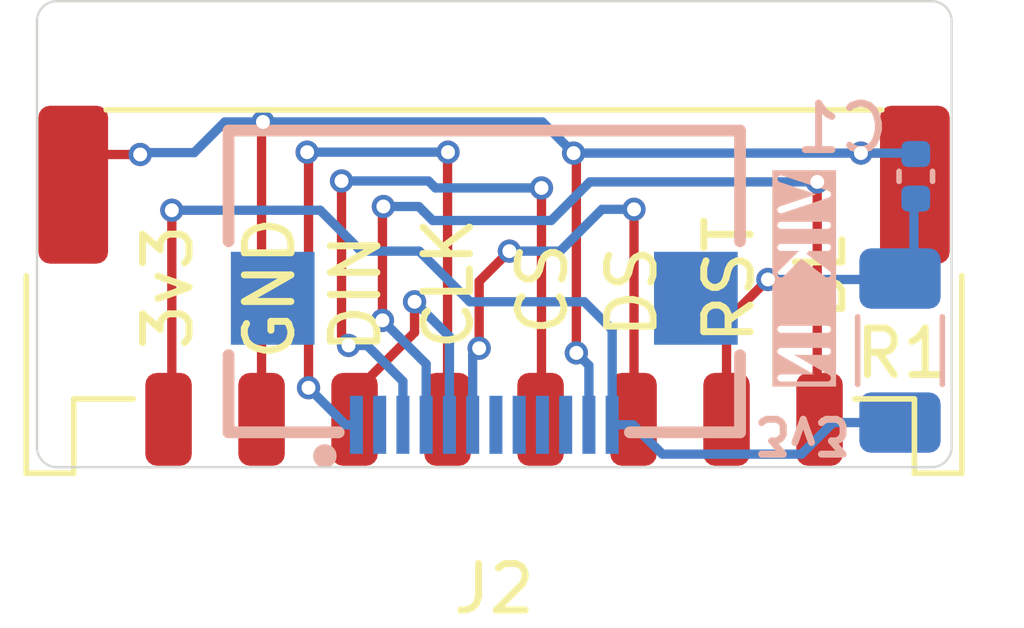
<source format=kicad_pcb>
(kicad_pcb (version 20221018) (generator pcbnew)
  (layers (0 "F.Cu" signal) (31 "B.Cu" signal) (34 "B.Paste" user) (35 "F.Paste" user) (36 "B.SilkS" user "B.Silkscreen") (37 "F.SilkS" user "F.Silkscreen") (38 "B.Mask" user) (39 "F.Mask" user) (44 "Edge.Cuts" user))
  (net 0 "")
  (net 1 "GND")
  (net 2 "+5V")
  (net 3 "rgb_led_in")
  (net 4 "GPIO_AD2")
  (net 5 "SDA")
  (net 6 "SCL")
  (net 7 "+3V3")
  (net 8 "MOSI")
  (net 9 "SPI_CS")
  (net 10 "MISO")
  (net 11 "SCLK")
  (net 12 "GPIO_AD1")
  (net 13 "Net-(J2-Pin_2)")
  (footprint "fingerpunch:JST_PH_S8B-PH-SM4-TB_1x08-1MP_P2.00mm_Horizontal-Bridge" (layer "F.Cu") (at 175.57 105.16 180)
    (fp_text reference "J2" (at 0 -6.55) (layer "F.SilkS"))
    (fp_text value "Conn_01x08_Socket")
    (fp_line (start -10.06 -4.06) (end -9.04 -4.06) (stroke (width 0.12)) (layer "F.SilkS"))
    (fp_line (start -10.06 0.19) (end -10.06 -4.06) (stroke (width 0.12)) (layer "F.SilkS"))
    (fp_line (start -9.04 -4.06) (end -9.04 -2.46) (stroke (width 0.12)) (layer "F.SilkS"))
    (fp_line (start -9.04 -2.46) (end -7.76 -2.46) (stroke (width 0.12)) (layer "F.SilkS"))
    (fp_line (start -8.34 3.76) (end 8.34 3.76) (stroke (width 0.12)) (layer "F.SilkS"))
    (fp_line (start 9.04 -4.06) (end 9.04 -2.46) (stroke (width 0.12)) (layer "F.SilkS"))
    (fp_line (start 9.04 -2.46) (end 7.76 -2.46) (stroke (width 0.12)) (layer "F.SilkS"))
    (fp_line (start 10.06 -4.06) (end 9.04 -4.06) (stroke (width 0.12)) (layer "F.SilkS"))
    (fp_line (start 10.06 0.19) (end 10.06 -4.06) (stroke (width 0.12)) (layer "F.SilkS"))
    (pad "1" smd roundrect (at -7 -2.9 180) (size 1 2) (layers "F.Cu" "F.Paste" "F.Mask") (net 4 "GPIO_AD2"))
    (pad "2" smd roundrect (at -5 -2.9 180) (size 1 2) (layers "F.Cu" "F.Paste" "F.Mask") (net 13 "Net-(J2-Pin_2)"))
    (pad "3" smd roundrect (at -3 -2.9 180) (size 1 2) (layers "F.Cu" "F.Paste" "F.Mask") (net 12 "GPIO_AD1"))
    (pad "4" smd roundrect (at -1 -2.9 180) (size 1 2) (layers "F.Cu" "F.Paste" "F.Mask") (net 9 "SPI_CS"))
    (pad "5" smd roundrect (at 1 -2.9 180) (size 1 2) (layers "F.Cu" "F.Paste" "F.Mask") (net 11 "SCLK"))
    (pad "6" smd roundrect (at 3 -2.9 180) (size 1 2) (layers "F.Cu" "F.Paste" "F.Mask") (net 8 "MOSI"))
    (pad "7" smd roundrect (at 5 -2.9 180) (size 1 2) (layers "F.Cu" "F.Paste" "F.Mask") (net 1 "GND"))
    (pad "8" smd roundrect (at 7 -2.9 180) (size 1 2) (layers "F.Cu" "F.Paste" "F.Mask") (net 7 "+3V3"))
    (pad "9" smd roundrect (at -9.05 2.15 180) (size 1.5 3.4) (layers "F.Cu" "F.Paste" "F.Mask") (roundrect_rratio 0.1666673333) (net 1 "GND"))
    (pad "9" smd roundrect (at 9.05 2.15 180) (size 1.5 3.4) (layers "F.Cu" "F.Paste" "F.Mask") (roundrect_rratio 0.1666673333) (net 1 "GND"))
  )
  (footprint "Resistor_SMD:R_1206_3216Metric_Pad1.30x1.75mm_HandSolder" (layer "B.Cu") (at 184.3 106.58 -90)
    (fp_text reference "R1" (at 0.06 -0.04) (layer "F.SilkS"))
    (fp_text value "100k")
    (fp_line (start -0.727064 -0.91) (end 0.727064 -0.91) (stroke (width 0.12)) (layer "B.SilkS"))
    (fp_line (start -0.727064 0.91) (end 0.727064 0.91) (stroke (width 0.12)) (layer "B.SilkS"))
    (pad "1" smd roundrect (at -1.55 0 270) (size 1.3 1.75) (layers "B.Cu" "B.Paste" "B.Mask") (roundrect_rratio 0.1923076923) (net 13 "Net-(J2-Pin_2)"))
    (pad "2" smd roundrect (at 1.55 0 270) (size 1.3 1.75) (layers "B.Cu" "B.Paste" "B.Mask") (roundrect_rratio 0.1923076923) (net 7 "+3V3"))
  )
  (footprint "Capacitor_SMD:C_0402_1005Metric" (layer "B.Cu") (at 184.64 102.83 -90)
    (fp_text reference "C1" (at -1.03 1.59 -180) (layer "B.SilkS") (effects (justify mirror)))
    (fp_text value "1u")
    (fp_line (start -0.107836 -0.36) (end 0.107836 -0.36) (stroke (width 0.12)) (layer "B.SilkS"))
    (fp_line (start -0.107836 0.36) (end 0.107836 0.36) (stroke (width 0.12)) (layer "B.SilkS"))
    (pad "1" smd roundrect (at -0.48 0 270) (size 0.56 0.62) (layers "B.Cu" "B.Paste" "B.Mask") (net 1 "GND"))
    (pad "2" smd roundrect (at 0.48 0 270) (size 0.56 0.62) (layers "B.Cu" "B.Paste" "B.Mask") (net 13 "Net-(J2-Pin_2)"))
  )
  (footprint "vik:vik-module-connector-horizontal" (layer "B.Cu") (at 175.36 106.14)
    (fp_text reference "J1" hide)
    (fp_text value "~")
    (fp_text user "VIK IN" (at 7.51 -3.45 90 unlocked) (layer "B.SilkS" knockout) (effects (justify left bottom mirror)))
    (fp_text user "3v3" (at 5.76 1.82 -180 unlocked) (layer "B.SilkS") (effects (font (size 0.75 0.75)) (justify left bottom mirror)))
    (fp_line (start -5.5 -4.295) (end -5.5 -1.912) (stroke (width 0.254)) (layer "B.SilkS"))
    (fp_line (start -5.5 0.539) (end -5.5 2.2) (stroke (width 0.254)) (layer "B.SilkS"))
    (fp_line (start -5.5 2.2) (end -3.131 2.2) (stroke (width 0.254)) (layer "B.SilkS"))
    (fp_line (start 5.5 -4.295) (end -5.5 -4.295) (stroke (width 0.254)) (layer "B.SilkS"))
    (fp_line (start 5.5 -4.295) (end 5.5 -1.912) (stroke (width 0.254)) (layer "B.SilkS"))
    (fp_line (start 5.5 0.539) (end 5.5 2.2) (stroke (width 0.254)) (layer "B.SilkS"))
    (fp_line (start 5.5 2.2) (end 3.131 2.2) (stroke (width 0.254)) (layer "B.SilkS"))
    (fp_circle (center -3.429 2.708) (end -3.302 2.708) (stroke (width 0.254)) (fill none) (layer "B.SilkS"))
    (pad "1" smd rect (at -2.75 2.038) (size 0.28 1.25) (layers "B.Cu" "B.Paste" "B.Mask") (net 11 "SCLK"))
    (pad "2" smd rect (at -2.25 2.038) (size 0.28 1.25) (layers "B.Cu" "B.Paste" "B.Mask") (net 10 "MISO"))
    (pad "3" smd rect (at -1.75 2.038) (size 0.28 1.25) (layers "B.Cu" "B.Paste" "B.Mask") (net 9 "SPI_CS"))
    (pad "4" smd rect (at -1.25 2.038) (size 0.28 1.25) (layers "B.Cu" "B.Paste" "B.Mask") (net 4 "GPIO_AD2"))
    (pad "5" smd rect (at -0.75 2.038) (size 0.28 1.25) (layers "B.Cu" "B.Paste" "B.Mask") (net 8 "MOSI"))
    (pad "6" smd rect (at -0.25 2.038) (size 0.28 1.25) (layers "B.Cu" "B.Paste" "B.Mask") (net 12 "GPIO_AD1"))
    (pad "7" smd rect (at 0.25 2.038) (size 0.28 1.25) (layers "B.Cu" "B.Paste" "B.Mask") (net 2 "+5V"))
    (pad "8" smd rect (at 0.75 2.038) (size 0.28 1.25) (layers "B.Cu" "B.Paste" "B.Mask") (net 3 "rgb_led_in"))
    (pad "9" smd rect (at 1.25 2.038) (size 0.28 1.25) (layers "B.Cu" "B.Paste" "B.Mask") (net 6 "SCL"))
    (pad "10" smd rect (at 1.75 2.038) (size 0.28 1.25) (layers "B.Cu" "B.Paste" "B.Mask") (net 5 "SDA"))
    (pad "11" smd rect (at 2.25 2.038) (size 0.28 1.25) (layers "B.Cu" "B.Paste" "B.Mask") (net 1 "GND"))
    (pad "12" smd rect (at 2.75 2.038) (size 0.28 1.25) (layers "B.Cu" "B.Paste" "B.Mask") (net 7 "+3V3"))
    (pad "13" smd rect (at 4.55 -0.686) (size 1.8 2) (layers "B.Cu" "B.Paste" "B.Mask"))
    (pad "14" smd rect (at -4.55 -0.686) (size 1.8 2) (layers "B.Cu" "B.Paste" "B.Mask"))
  )
  (gr_line (start 166.17 109.09) (end 184.98 109.09) (stroke (width 0.05)) (layer "Edge.Cuts"))
  (gr_arc (start 166.17 109.09) (mid 165.865944 108.964056) (end 165.74 108.66) (stroke (width 0.05)) (layer "Edge.Cuts"))
  (gr_arc (start 185.41 108.66) (mid 185.284056 108.964056) (end 184.98 109.09) (stroke (width 0.05)) (layer "Edge.Cuts"))
  (gr_line (start 165.74 99.49) (end 165.74 108.66) (stroke (width 0.05)) (layer "Edge.Cuts"))
  (gr_line (start 166.17 99.06) (end 184.98 99.06) (stroke (width 0.05)) (layer "Edge.Cuts"))
  (gr_arc (start 184.98 99.06) (mid 185.284056 99.185944) (end 185.41 99.49) (stroke (width 0.05)) (layer "Edge.Cuts"))
  (gr_arc (start 165.74 99.49) (mid 165.865944 99.185944) (end 166.17 99.06) (stroke (width 0.05)) (layer "Edge.Cuts"))
  (gr_line (start 185.41 99.49) (end 185.41 108.66) (stroke (width 0.05)) (layer "Edge.Cuts"))
  (gr_text "BL" (at 183.18 106.01 90) (layer "F.SilkS") (effects (font (size 1 1)) (justify left bottom)))
  (gr_text "DIN" (at 173.18 106.71 90) (layer "F.SilkS") (effects (font (size 1 1)) (justify left bottom)))
  (gr_text "DS" (at 179.12 106.39 90) (layer "F.SilkS") (effects (font (size 1 1)) (justify left bottom)))
  (gr_text "CS" (at 177.2 106.33 90) (layer "F.SilkS") (effects (font (size 1 1)) (justify left bottom)))
  (gr_text "GND" (at 171.33 106.86 90) (layer "F.SilkS") (effects (font (size 1 1)) (justify left bottom)))
  (gr_text "CLK" (at 175.17 106.64 90) (layer "F.SilkS") (effects (font (size 1 1)) (justify left bottom)))
  (gr_text "RST" (at 181.21 106.51 90) (layer "F.SilkS") (effects (font (size 1 1)) (justify left bottom)))
  (gr_text "3v3" (at 169.14 106.65 90) (layer "F.SilkS") (effects (font (size 1 1)) (justify left bottom)))
  (segment (start 170.57 101.69) (end 170.6 101.66) (width 0.2) (layer "F.Cu") (net 1))
  (segment (start 177.34 102.39) (end 177.28 102.33) (width 0.2) (layer "F.Cu") (net 1))
  (segment (start 183.46 102.33) (end 183.94 102.33) (width 0.2) (layer "F.Cu") (net 1))
  (segment (start 177.34 106.63) (end 177.34 102.39) (width 0.2) (layer "F.Cu") (net 1))
  (segment (start 170.57 108.06) (end 170.57 101.69) (width 0.2) (layer "F.Cu") (net 1))
  (segment (start 167.96 102.36) (end 167.17 102.36) (width 0.2) (layer "F.Cu") (net 1))
  (segment (start 167.17 102.36) (end 166.52 103.01) (width 0.2) (layer "F.Cu") (net 1))
  (segment (start 183.94 102.33) (end 184.62 103.01) (width 0.2) (layer "F.Cu") (net 1))
  (via (at 167.96 102.36) (size 0.5) (drill 0.3) (layers "F.Cu" "B.Cu") (net 1))
  (via (at 170.6 101.66) (size 0.5) (drill 0.3) (layers "F.Cu" "B.Cu") (net 1))
  (via (at 183.46 102.33) (size 0.5) (drill 0.3) (layers "F.Cu" "B.Cu") (net 1))
  (via (at 177.28 102.33) (size 0.5) (drill 0.3) (layers "F.Cu" "B.Cu") (net 1))
  (via (at 177.34 106.63) (size 0.5) (drill 0.3) (layers "F.Cu" "B.Cu") (net 1))
  (segment (start 183.46 102.33) (end 184.62 102.33) (width 0.2) (layer "B.Cu") (net 1))
  (segment (start 169.12 102.32) (end 169.78 101.66) (width 0.2) (layer "B.Cu") (net 1))
  (segment (start 184.62 102.33) (end 184.64 102.35) (width 0.2) (layer "B.Cu") (net 1))
  (segment (start 169.12 102.32) (end 168 102.32) (width 0.2) (layer "B.Cu") (net 1))
  (segment (start 170.6 101.66) (end 176.61 101.66) (width 0.2) (layer "B.Cu") (net 1))
  (segment (start 183.46 102.33) (end 177.28 102.33) (width 0.2) (layer "B.Cu") (net 1))
  (segment (start 177.61 108.178) (end 177.61 106.9) (width 0.2) (layer "B.Cu") (net 1))
  (segment (start 168 102.32) (end 167.96 102.36) (width 0.2) (layer "B.Cu") (net 1))
  (segment (start 169.78 101.66) (end 170.6 101.66) (width 0.2) (layer "B.Cu") (net 1))
  (segment (start 176.61 101.66) (end 177.28 102.33) (width 0.2) (layer "B.Cu") (net 1))
  (segment (start 177.61 106.9) (end 177.34 106.63) (width 0.2) (layer "B.Cu") (net 1))
  (segment (start 182.52 108.01) (end 182.57 108.06) (width 0.2) (layer "F.Cu") (net 4))
  (segment (start 173.17 105.93) (end 173.17 103.4995) (width 0.2) (layer "F.Cu") (net 4))
  (segment (start 173.17 103.4995) (end 173.19 103.4795) (width 0.2) (layer "F.Cu") (net 4))
  (segment (start 182.52 102.95) (end 182.52 108.01) (width 0.2) (layer "F.Cu") (net 4))
  (via (at 173.19 103.4795) (size 0.5) (drill 0.3) (layers "F.Cu" "B.Cu") (net 4))
  (via (at 182.52 102.95) (size 0.5) (drill 0.3) (layers "F.Cu" "B.Cu") (net 4))
  (via (at 173.17 105.93) (size 0.5) (drill 0.3) (layers "F.Cu" "B.Cu") (net 4))
  (segment (start 174.11 106.87) (end 173.17 105.93) (width 0.2) (layer "B.Cu") (net 4))
  (segment (start 176.8 103.78) (end 174.25 103.78) (width 0.2) (layer "B.Cu") (net 4))
  (segment (start 176.8 103.78) (end 177.26 103.32) (width 0.2) (layer "B.Cu") (net 4))
  (segment (start 177.26 103.32) (end 177.63 102.95) (width 0.2) (layer "B.Cu") (net 4))
  (segment (start 174.25 103.78) (end 174.06 103.59) (width 0.2) (layer "B.Cu") (net 4))
  (segment (start 173.9495 103.4795) (end 173.19 103.4795) (width 0.2) (layer "B.Cu") (net 4))
  (segment (start 174.06 103.59) (end 173.9495 103.4795) (width 0.2) (layer "B.Cu") (net 4))
  (segment (start 177.63 102.95) (end 182.52 102.95) (width 0.2) (layer "B.Cu") (net 4))
  (segment (start 174.11 108.178) (end 174.11 106.87) (width 0.2) (layer "B.Cu") (net 4))
  (segment (start 168.64 107.99) (end 168.57 108.06) (width 0.2) (layer "F.Cu") (net 7))
  (segment (start 168.64 103.56) (end 168.64 107.99) (width 0.2) (layer "F.Cu") (net 7))
  (via (at 168.64 103.56) (size 0.5) (drill 0.3) (layers "F.Cu" "B.Cu") (net 7))
  (segment (start 172.71 104.44) (end 172.35 104.08) (width 0.2) (layer "B.Cu") (net 7))
  (segment (start 178.11 108.178) (end 178.558 108.178) (width 0.2) (layer "B.Cu") (net 7))
  (segment (start 182.86 108.13) (end 184.3 108.13) (width 0.2) (layer "B.Cu") (net 7))
  (segment (start 179.19 108.81) (end 182.18 108.81) (width 0.2) (layer "B.Cu") (net 7))
  (segment (start 177.51 105.53) (end 175.05 105.53) (width 0.2) (layer "B.Cu") (net 7))
  (segment (start 173.35 104.44) (end 172.71 104.44) (width 0.2) (layer "B.Cu") (net 7))
  (segment (start 178.558 108.178) (end 179.19 108.81) (width 0.2) (layer "B.Cu") (net 7))
  (segment (start 178.11 108.178) (end 178.11 106.13) (width 0.2) (layer "B.Cu") (net 7))
  (segment (start 172.35 104.08) (end 171.83 103.56) (width 0.2) (layer "B.Cu") (net 7))
  (segment (start 178.11 106.13) (end 178 106.02) (width 0.2) (layer "B.Cu") (net 7))
  (segment (start 178 106.02) (end 177.51 105.53) (width 0.2) (layer "B.Cu") (net 7))
  (segment (start 182.18 108.81) (end 182.86 108.13) (width 0.2) (layer "B.Cu") (net 7))
  (segment (start 175.05 105.53) (end 174.56 105.04) (width 0.2) (layer "B.Cu") (net 7))
  (segment (start 174.56 105.04) (end 173.96 104.44) (width 0.2) (layer "B.Cu") (net 7))
  (segment (start 171.83 103.56) (end 168.64 103.56) (width 0.2) (layer "B.Cu") (net 7))
  (segment (start 173.96 104.44) (end 173.35 104.44) (width 0.2) (layer "B.Cu") (net 7))
  (segment (start 172.57 107.48) (end 172.57 108.06) (width 0.2) (layer "F.Cu") (net 8))
  (segment (start 173.86 106.19) (end 172.57 107.48) (width 0.2) (layer "F.Cu") (net 8))
  (segment (start 173.86 105.53) (end 173.86 106.19) (width 0.2) (layer "F.Cu") (net 8))
  (via (at 173.86 105.53) (size 0.5) (drill 0.3) (layers "F.Cu" "B.Cu") (net 8))
  (segment (start 174.61 108.178) (end 174.61 106.28) (width 0.2) (layer "B.Cu") (net 8))
  (segment (start 174.61 106.28) (end 173.86 105.53) (width 0.2) (layer "B.Cu") (net 8))
  (segment (start 172.29 106.32) (end 172.44 106.47) (width 0.2) (layer "F.Cu") (net 9))
  (segment (start 176.59 108.04) (end 176.57 108.06) (width 0.2) (layer "F.Cu") (net 9))
  (segment (start 172.29 102.93) (end 172.29 106.32) (width 0.2) (layer "F.Cu") (net 9))
  (segment (start 176.59 103.08) (end 176.59 108.04) (width 0.2) (layer "F.Cu") (net 9))
  (via (at 172.44 106.47) (size 0.5) (drill 0.3) (layers "F.Cu" "B.Cu") (net 9))
  (via (at 172.29 102.93) (size 0.5) (drill 0.3) (layers "F.Cu" "B.Cu") (net 9))
  (via (at 176.59 103.08) (size 0.5) (drill 0.3) (layers "F.Cu" "B.Cu") (net 9))
  (segment (start 176.59 103.08) (end 174.31 103.08) (width 0.2) (layer "B.Cu") (net 9))
  (segment (start 172.84 106.47) (end 172.44 106.47) (width 0.2) (layer "B.Cu") (net 9))
  (segment (start 173.34 106.97) (end 172.84 106.47) (width 0.2) (layer "B.Cu") (net 9))
  (segment (start 174.31 103.08) (end 174.25 103.02) (width 0.2) (layer "B.Cu") (net 9))
  (segment (start 174.25 103.02) (end 174.16 102.93) (width 0.2) (layer "B.Cu") (net 9))
  (segment (start 173.61 108.178) (end 173.61 107.24) (width 0.2) (layer "B.Cu") (net 9))
  (segment (start 174.16 102.93) (end 172.29 102.93) (width 0.2) (layer "B.Cu") (net 9))
  (segment (start 173.61 107.24) (end 173.34 106.97) (width 0.2) (layer "B.Cu") (net 9))
  (segment (start 171.58 102.34) (end 171.55 102.31) (width 0.2) (layer "F.Cu") (net 11))
  (segment (start 171.58 107.38) (end 171.58 102.34) (width 0.2) (layer "F.Cu") (net 11))
  (segment (start 174.57 102.32) (end 174.58 102.31) (width 0.2) (layer "F.Cu") (net 11))
  (segment (start 174.57 108.06) (end 174.57 102.32) (width 0.2) (layer "F.Cu") (net 11))
  (via (at 171.58 107.38) (size 0.5) (drill 0.3) (layers "F.Cu" "B.Cu") (net 11))
  (via (at 174.58 102.31) (size 0.5) (drill 0.3) (layers "F.Cu" "B.Cu") (net 11))
  (via (at 171.55 102.31) (size 0.5) (drill 0.3) (layers "F.Cu" "B.Cu") (net 11))
  (segment (start 172.61 108.178) (end 172.378 108.178) (width 0.2) (layer "B.Cu") (net 11))
  (segment (start 172.378 108.178) (end 171.58 107.38) (width 0.2) (layer "B.Cu") (net 11))
  (segment (start 174.58 102.31) (end 171.55 102.31) (width 0.2) (layer "B.Cu") (net 11))
  (segment (start 175.25 106.53) (end 175.25 105.09) (width 0.2) (layer "F.Cu") (net 12))
  (segment (start 178.58 108.05) (end 178.57 108.06) (width 0.2) (layer "F.Cu") (net 12))
  (segment (start 175.25 105.09) (end 175.9 104.44) (width 0.2) (layer "F.Cu") (net 12))
  (segment (start 178.58 103.54) (end 178.58 108.05) (width 0.2) (layer "F.Cu") (net 12))
  (via (at 175.9 104.44) (size 0.5) (drill 0.3) (layers "F.Cu" "B.Cu") (net 12))
  (via (at 175.25 106.53) (size 0.5) (drill 0.3) (layers "F.Cu" "B.Cu") (net 12))
  (via (at 178.58 103.54) (size 0.5) (drill 0.3) (layers "F.Cu" "B.Cu") (net 12))
  (segment (start 175.11 106.67) (end 175.25 106.53) (width 0.2) (layer "B.Cu") (net 12))
  (segment (start 177.54 103.89) (end 177.89 103.54) (width 0.2) (layer "B.Cu") (net 12))
  (segment (start 175.11 108.178) (end 175.11 106.67) (width 0.2) (layer "B.Cu") (net 12))
  (segment (start 176.99 104.44) (end 177.54 103.89) (width 0.2) (layer "B.Cu") (net 12))
  (segment (start 175.9 104.44) (end 176.99 104.44) (width 0.2) (layer "B.Cu") (net 12))
  (segment (start 177.89 103.54) (end 178.58 103.54) (width 0.2) (layer "B.Cu") (net 12))
  (segment (start 181.46 105.05) (end 180.57 105.94) (width 0.2) (layer "F.Cu") (net 13))
  (segment (start 180.57 105.94) (end 180.57 108.06) (width 0.2) (layer "F.Cu") (net 13))
  (via (at 181.46 105.05) (size 0.5) (drill 0.3) (layers "F.Cu" "B.Cu") (net 13))
  (segment (start 184.6 103.35) (end 184.64 103.31) (width 0.2) (layer "B.Cu") (net 13))
  (segment (start 181.46 105.05) (end 184.28 105.05) (width 0.2) (layer "B.Cu") (net 13))
  (segment (start 184.28 105.05) (end 184.3 105.03) (width 0.2) (layer "B.Cu") (net 13))
  (segment (start 184.6 105.03) (end 184.6 103.35) (width 0.2) (layer "B.Cu") (net 13))
)
</source>
